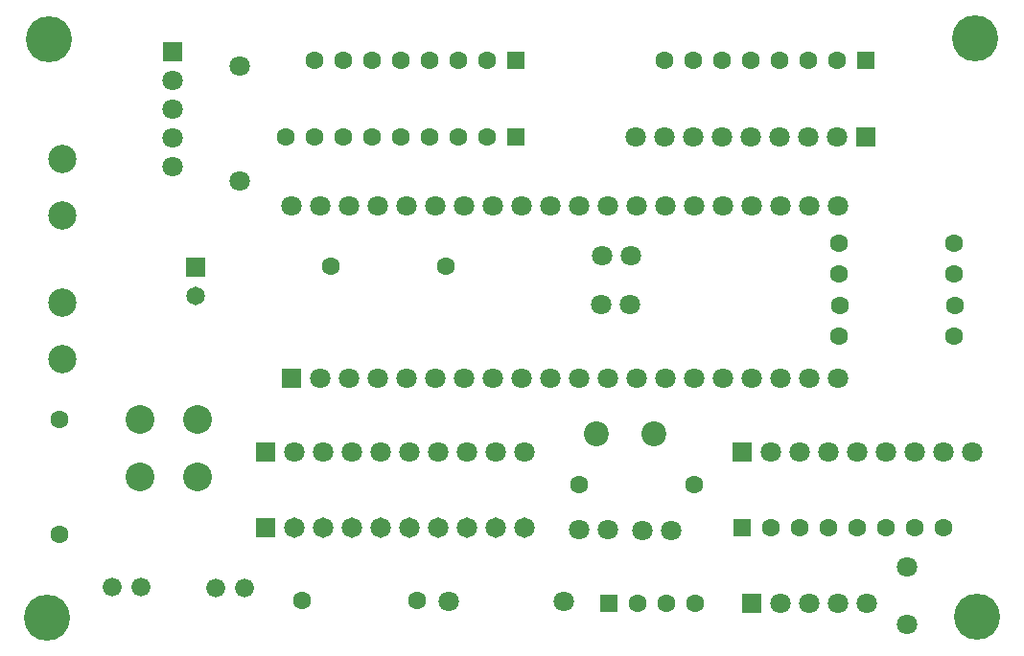
<source format=gbs>
G04 (created by PCBNEW (2013-07-07 BZR 4022)-stable) date 9/17/2014 12:18:49 PM*
%MOIN*%
G04 Gerber Fmt 3.4, Leading zero omitted, Abs format*
%FSLAX34Y34*%
G01*
G70*
G90*
G04 APERTURE LIST*
%ADD10C,0.00590551*%
%ADD11R,0.0713701X0.0713701*%
%ADD12C,0.0713701*%
%ADD13R,0.0708661X0.0708661*%
%ADD14C,0.0708661*%
%ADD15R,0.0629921X0.0629921*%
%ADD16C,0.0629921*%
%ADD17R,0.065X0.065*%
%ADD18C,0.065*%
%ADD19C,0.0984252*%
%ADD20C,0.066*%
%ADD21C,0.1*%
%ADD22C,0.0866142*%
%ADD23C,0.16*%
G04 APERTURE END LIST*
G54D10*
G54D11*
X56759Y-61259D03*
G54D12*
X57759Y-61259D03*
X58759Y-61259D03*
X59759Y-61259D03*
X60759Y-61259D03*
X61759Y-61259D03*
X62759Y-61259D03*
X63759Y-61259D03*
X64759Y-61259D03*
X65759Y-61259D03*
G54D13*
X57650Y-56050D03*
G54D14*
X58650Y-56050D03*
X59650Y-56050D03*
X60650Y-56050D03*
X61650Y-56050D03*
X62650Y-56050D03*
X63650Y-56050D03*
X64650Y-56050D03*
X65650Y-56050D03*
X66650Y-56050D03*
X67650Y-56050D03*
X68650Y-56050D03*
X69650Y-56050D03*
X70650Y-56050D03*
X71650Y-56050D03*
X72650Y-56050D03*
X73650Y-56050D03*
X74650Y-56050D03*
X75650Y-56050D03*
X76650Y-56050D03*
X76650Y-50050D03*
X75650Y-50050D03*
X74650Y-50050D03*
X73650Y-50050D03*
X72650Y-50050D03*
X71650Y-50050D03*
X70650Y-50050D03*
X69650Y-50050D03*
X68650Y-50050D03*
X67650Y-50050D03*
X66650Y-50050D03*
X65650Y-50050D03*
X64650Y-50050D03*
X63650Y-50050D03*
X62650Y-50050D03*
X61650Y-50050D03*
X60650Y-50050D03*
X59650Y-50050D03*
X58650Y-50050D03*
X57650Y-50050D03*
G54D15*
X65450Y-45000D03*
G54D16*
X64450Y-45000D03*
X63450Y-45000D03*
X62450Y-45000D03*
X61450Y-45000D03*
X60450Y-45000D03*
X59450Y-45000D03*
X58450Y-45000D03*
G54D15*
X73311Y-61259D03*
G54D16*
X74311Y-61259D03*
X75311Y-61259D03*
X76311Y-61259D03*
X77311Y-61259D03*
X78311Y-61259D03*
X79311Y-61259D03*
X80311Y-61259D03*
G54D15*
X77625Y-45000D03*
G54D16*
X76625Y-45000D03*
X75625Y-45000D03*
X74625Y-45000D03*
X73625Y-45000D03*
X72625Y-45000D03*
X71625Y-45000D03*
X70625Y-45000D03*
X63023Y-52165D03*
X59023Y-52165D03*
X67650Y-59775D03*
X71650Y-59775D03*
X62040Y-63790D03*
X58040Y-63790D03*
X49600Y-57500D03*
X49600Y-61500D03*
G54D17*
X54330Y-52216D03*
G54D18*
X54330Y-53216D03*
G54D14*
X68426Y-53504D03*
X69426Y-53504D03*
X68448Y-51788D03*
X69448Y-51788D03*
X67669Y-61338D03*
X68669Y-61338D03*
X70875Y-61350D03*
X69875Y-61350D03*
G54D19*
X49700Y-53431D03*
X49700Y-55400D03*
G54D15*
X65450Y-47675D03*
G54D16*
X64450Y-47675D03*
X63450Y-47675D03*
X62450Y-47675D03*
X61450Y-47675D03*
X60450Y-47675D03*
X59450Y-47675D03*
X58450Y-47675D03*
X57450Y-47675D03*
G54D20*
X56031Y-63366D03*
X55031Y-63366D03*
X51409Y-63326D03*
X52409Y-63326D03*
G54D16*
X76692Y-51377D03*
X80692Y-51377D03*
X76692Y-52429D03*
X80692Y-52429D03*
X76716Y-53547D03*
X80716Y-53547D03*
X76708Y-54610D03*
X80708Y-54610D03*
G54D21*
X52385Y-57503D03*
X54385Y-57503D03*
X52385Y-59503D03*
X54385Y-59503D03*
G54D13*
X73322Y-58622D03*
G54D14*
X74322Y-58622D03*
X75322Y-58622D03*
X76322Y-58622D03*
X77322Y-58622D03*
X78322Y-58622D03*
X79322Y-58622D03*
X80322Y-58622D03*
X81322Y-58622D03*
G54D13*
X77622Y-47675D03*
G54D14*
X76622Y-47675D03*
X75622Y-47675D03*
X74622Y-47675D03*
X73622Y-47675D03*
X72622Y-47675D03*
X71622Y-47675D03*
X70622Y-47675D03*
X69622Y-47675D03*
G54D13*
X53523Y-44704D03*
G54D14*
X53523Y-45704D03*
X53523Y-46704D03*
X53523Y-47704D03*
X53523Y-48704D03*
G54D13*
X73661Y-63897D03*
G54D14*
X74661Y-63897D03*
X75661Y-63897D03*
X76661Y-63897D03*
X77661Y-63897D03*
G54D15*
X68677Y-63897D03*
G54D16*
X69677Y-63897D03*
X70677Y-63897D03*
X71677Y-63897D03*
G54D13*
X56759Y-58622D03*
G54D14*
X57759Y-58622D03*
X58759Y-58622D03*
X59759Y-58622D03*
X60759Y-58622D03*
X61759Y-58622D03*
X62759Y-58622D03*
X63759Y-58622D03*
X64759Y-58622D03*
X65759Y-58622D03*
X63137Y-63818D03*
X67137Y-63818D03*
X55866Y-49185D03*
X55866Y-45185D03*
G54D22*
X70251Y-57992D03*
X68251Y-57992D03*
G54D14*
X79055Y-62622D03*
X79055Y-64622D03*
G54D19*
X49685Y-48425D03*
X49685Y-50393D03*
G54D23*
X49212Y-44251D03*
X81437Y-44232D03*
X81476Y-64370D03*
X49173Y-64389D03*
M02*

</source>
